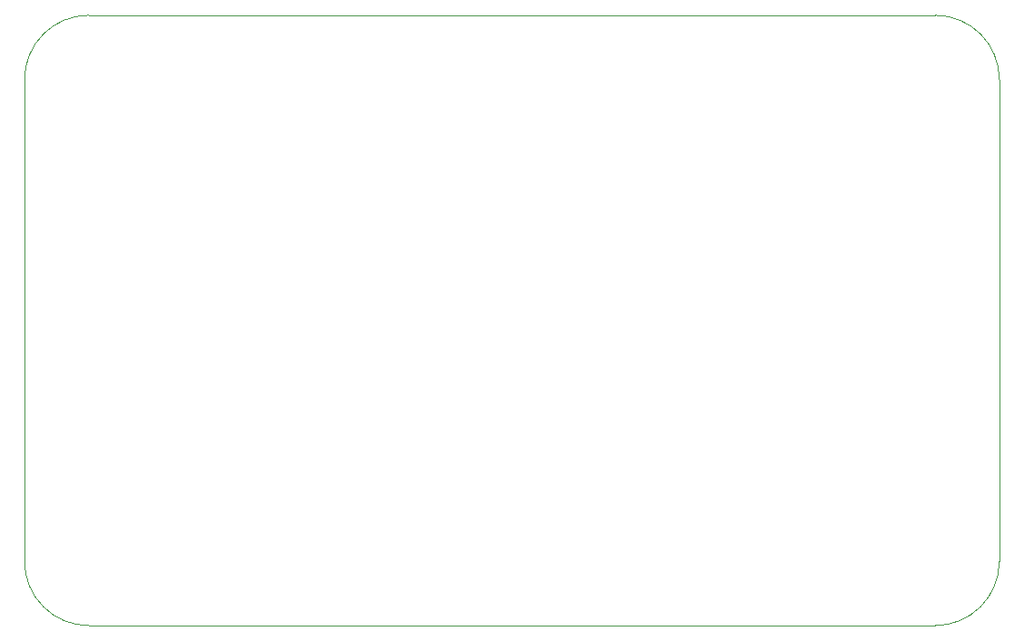
<source format=gbr>
%TF.GenerationSoftware,Altium Limited,Altium Designer,21.3.2 (30)*%
G04 Layer_Color=0*
%FSLAX45Y45*%
%MOMM*%
%TF.SameCoordinates,D9DFDB92-F573-4E1A-9105-0BCF1000EC4C*%
%TF.FilePolarity,Positive*%
%TF.FileFunction,Profile,NP*%
%TF.Part,Single*%
G01*
G75*
%TA.AperFunction,Profile*%
%ADD64C,0.02540*%
D64*
X0Y600000D02*
X-2Y5100000D01*
D02*
G02*
X600000Y5700000I600001J-1D01*
G01*
X8500000D01*
D02*
G02*
X9100000Y5100000I0J-600000D01*
G01*
Y600000D01*
D02*
G02*
X8500000Y0I-600000J-0D01*
G01*
X600000D01*
D02*
G02*
X0Y600000I-0J600000D01*
G01*
%TF.MD5,43b15809ae2fd9d201b89d37b21eaced*%
M02*

</source>
